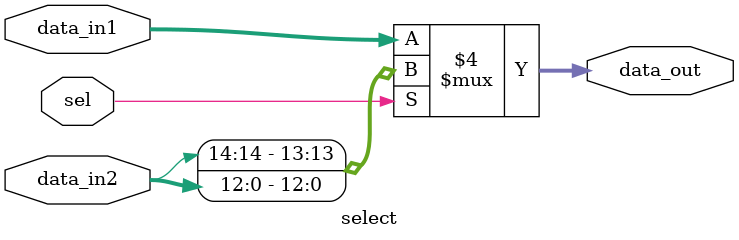
<source format=v>
module select (
	 sel,
    data_in1,
	 data_in2,
	 data_out
);

output reg [13:0] data_out;
input wire [13:0] data_in1;
input wire [14:0] data_in2;
input wire sel;

always @(*) begin
	if(!sel) begin
		data_out[13:0]=data_in1[13:0];
	end
	else begin
		data_out[13:0]={data_in2[14],data_in2[12:0]};
	end
end

endmodule
</source>
